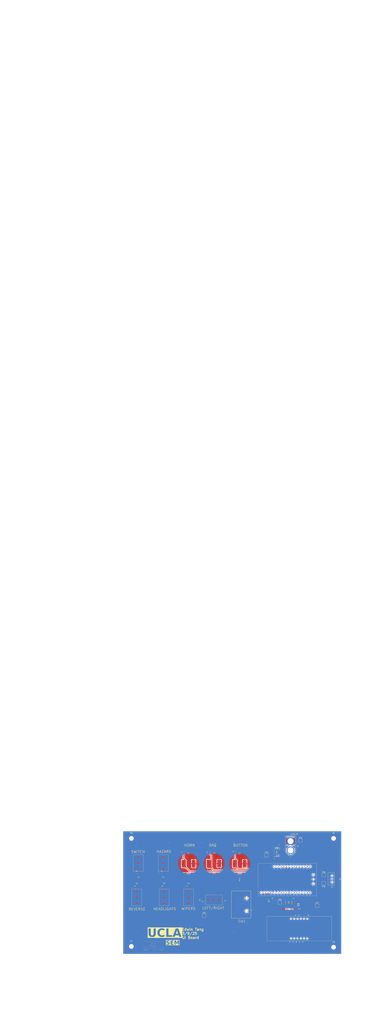
<source format=kicad_pcb>
(kicad_pcb (version 20240108) (generator "pcbnew") (generator_version "8.0")
  (layers (0 "F.Cu" signal) (31 "B.Cu" power) (34 "B.Paste" user) (35 "F.Paste" user) (36 "B.SilkS" user "B.Silkscreen") (37 "F.SilkS" user "F.Silkscreen") (38 "B.Mask" user) (39 "F.Mask" user) (44 "Edge.Cuts" user))
  (net 0 "")
  (net 1 "+3.3V")
  (net 2 "/Horn")
  (net 3 "/Button")
  (net 4 "/DAQ")
  (net 5 "GND")
  (net 6 "+5V")
  (net 7 "+12V")
  (net 8 "Net-(D1-Pad1)")
  (net 9 "/IGNITION")
  (net 10 "/RIGHT")
  (net 11 "/LEFT")
  (net 12 "/WIPERS")
  (net 13 "/HEADLIGHTS")
  (net 14 "/HAZARD")
  (net 15 "/SWITCH")
  (net 16 "/REVERSE")
  (net 17 "/DP")
  (net 18 "/BCD_C")
  (net 19 "/DIGIT_4")
  (net 20 "/BCD_D")
  (net 22 "/DIGIT_1")
  (net 23 "/DIGIT_2")
  (net 24 "/BCD_B")
  (net 26 "/BCD_A")
  (net 27 "/DIGIT_3")
  (net 29 "/B")
  (net 30 "/F")
  (net 31 "/C")
  (net 32 "/CAN_P")
  (net 33 "/A")
  (net 34 "/D")
  (net 35 "/E")
  (net 36 "/G")
  (net 37 "Net-(U2-F)")
  (net 38 "Net-(U2-G)")
  (net 39 "Net-(R15-Pad1)")
  (net 40 "Net-(R16-Pad1)")
  (net 41 "Net-(R17-Pad1)")
  (net 42 "Net-(R18-Pad1)")
  (net 43 "Net-(U2-E)")
  (net 44 "Net-(U3-DP)")
  (net 45 "/LT")
  (net 46 "/CAN_N")
  (footprint "SMV_Passives:RESC1005X35N" (layer "F.Cu") (at 231.565 101.6 -90)
    (property "Reference" "R15")
    (property "Value" "220ohm, 1/16W")
  )
  (footprint "TestPoint:TestPoint_Pad_2.5x2.5mm" (layer "F.Cu") (at 209.88215 54.86145)
    (property "Reference" "TP1")
    (property "Value" "TestPoint")
  )
  (footprint "SMV_Passives:RESC1005X35N" (layer "F.Cu") (at 228.9146 123.001 90)
    (property "Reference" "R19")
    (property "Value" "220ohm, 1/16W")
  )
  (footprint "SMV_ICs:CD4511BPWR" (layer "F.Cu") (at 227.096749 91.7406 -90)
    (property "Reference" "U2")
    (property "Value" "CD4511BPWR")
  )
  (footprint "TestPoint:TestPoint_Pad_2.5x2.5mm" (layer "F.Cu") (at 236.365 43.41)
    (property "Reference" "TP2")
    (property "Value" "TestPoint")
  )
  (footprint "SMV_Passives:0805RESC2012X60N" (layer "F.Cu") (at 199.34 97.52 90)
    (property "Reference" "R1")
    (property "Value" "10kohms, 0.125W")
  )
  (footprint "SMV_Passives:0805RESC2012X60N" (layer "F.Cu") (at 147.93175 80.17)
    (property "Reference" "R7")
    (property "Value" "10kohms, 0.125W")
  )
  (footprint "SMV_Passives:0805RESC2012X60N" (layer "F.Cu") (at 164.69175 52.3 90)
    (property "Reference" "R2")
    (property "Value" "10kohms, 0.125W")
  )
  (footprint "SMV_ICs:DCY4_TEX" (layer "F.Cu") (at 217.795 52.53 -90)
    (property "Reference" "U1")
    (property "Value" "~")
  )
  (footprint "SMV_Passives:0805RESC2012X60N" (layer "F.Cu") (at 108.57 68.61)
    (property "Reference" "R10")
    (property "Value" "10kohms, 0.125W")
  )
  (footprint "MountingHole:MountingHole_3.2mm_M3" (layer "F.Cu") (at 262.245 126.825)
    (property "Reference" "H2")
    (property "Value" "MountingHole")
  )
  (footprint "SMV_Passives:RESC1005X35N" (layer "F.Cu") (at 234.09 101.6 -90)
    (property "Reference" "R13")
    (property "Value" "220ohm, 1/16W")
  )
  (footprint "SMV_Misc:Twidec Button" (layer "F.Cu") (at 148.91175 53.9)
    (property "Reference" "B1")
    (property "Value" "~")
    (fp_rect (start -4.713 5.12) (end -3.213 10.12) (stroke (width 0.05)) (fill none) (layer "Edge.Cuts"))
    (fp_rect (start 3.175 5.12) (end 4.675 10.12) (stroke (width 0.05)) (fill none) (layer "Edge.Cuts"))
  )
  (footprint "SMV_Passives:0805RESC2012X60N" (layer "F.Cu") (at 107.37 80.31)
    (property "Reference" "R11")
    (property "Value" "10kohms, 0.125W")
  )
  (footprint "SMV_Misc:Twidec Button" (layer "F.Cu") (at 168.82175 53.805)
    (property "Reference" "B3")
    (property "Value" "~")
    (fp_rect (start -4.713 5.12) (end -3.213 10.12) (stroke (width 0.05)) (fill none) (layer "Edge.Cuts"))
    (fp_rect (start 3.175 5.12) (end 4.675 10.12) (stroke (width 0.05)) (fill none) (layer "Edge.Cuts"))
  )
  (footprint "SMV_Passives:RESC1005X35N" (layer "F.Cu") (at 231.45968 123.016 90)
    (property "Reference" "R18")
    (property "Value" "220ohm, 1/16W")
  )
  (footprint "MountingHole:MountingHole_3.2mm_M3" (layer "F.Cu") (at 262.245 41.735)
    (property "Reference" "H1")
    (property "Value" "MountingHole")
  )
  (footprint "TestPoint:TestPoint_Pad_2.5x2.5mm" (layer "F.Cu") (at 254.54 70.31)
    (property "Reference" "TP6")
    (property "Value" "TestPoint")
  )
  (footprint "SMV_ICs:UA78M05-Q1" (layer "F.Cu") (at 156.4773 126.013)
    (property "Reference" "U1" (hide yes))
    (property "Value" "~")
  )
  (footprint "SMV_Connectors:Switches" (layer "F.Cu") (at 108.34 87.91)
    (property "Reference" "S6")
    (property "Value" "~")
  )
  (footprint "SMV_Passives:0805RESC2012X60N" (layer "F.Cu") (at 185.13175 51.55 90)
    (property "Reference" "R3")
    (property "Value" "10kohms, 0.125W")
  )
  (footprint "SMV_Misc:SW_A8L-11_OMR" (layer "F.Cu") (at 185.57175 98.49 90)
    (property "Reference" "SW1")
    (property "Value" "A8L-11-12N1")
  )
  (footprint "SMV_Passives:RESC1005X35N" (layer "F.Cu") (at 241.715 101.625 -90)
    (property "Reference" "R16")
    (property "Value" "220ohm, 1/16W")
  )
  (footprint "SMV_Passives:0805RESC2012X60N" (layer "F.Cu") (at 161.09 90.76 90)
    (property "Reference" "R6")
    (property "Value" "10kohms, 0.125W")
  )
  (footprint "SMV_Passives:RESC1005X35N" (layer "F.Cu") (at 236.54984 123.016 90)
    (property "Reference" "R17")
    (property "Value" "220ohm, 1/16W")
  )
  (footprint "SMV_Passives:RESC1005X35N" (layer "F.Cu") (at 234.04 122.995 90)
    (property "Reference" "R20")
    (property "Value" "220ohm, 1/16W")
  )
  (footprint "SMV_Connectors:Switches" (layer "F.Cu") (at 129.74 87.91)
    (property "Reference" "S5")
    (property "Value" "~")
  )
  (footprint "SMV_Passives:0805RESC2012X60N" (layer "F.Cu") (at 214.94 89.71)
    (property "Reference" "R12")
    (property "Value" "CRCW080544R2FKEA")
  )
  (footprint "SMV_Connectors:3pin_CON_22035035_MOL" (layer "F.Cu") (at 260.989999 75.95199 -90)
    (property "Reference" "J3")
    (property "Value" "22035035")
  )
  (footprint "SMV_Logo:SEM_logo" (layer "F.Cu") (at 130.165 116.665)
    (property "Reference" "TP8" (hide yes))
    (property "Value" "TestPoint" (hide yes))
  )
  (footprint "TestPoint:TestPoint_Pad_2.5x2.5mm" (layer "F.Cu") (at 220.165 91.835)
    (property "Reference" "TP3")
    (property "Value" "TestPoint")
  )
  (footprint "SMV_Passives:Cap0805" (layer "F.Cu") (at 217.85715 46.88645 180)
    (property "Reference" "C2")
    (property "Value" "0.33uF,50V" (hide yes))
  )
  (footprint "TestPoint:TestPoint_Pad_2.5x2.5mm" (layer "F.Cu") (at 254.515 76.914)
    (property "Reference" "TP5")
    (property "Value" "TestPoint")
  )
  (footprint "TestPoint:TestPoint_Pad_2.5x2.5mm" (layer "F.Cu") (at 161.015 102.185)
    (property "Reference" "TP4")
    (property "Value" "TestPoint")
  )
  (footprint "SMV_Passives:WL-SMCW_0603(diode)" (layer "F.Cu") (at 211.68175 89.71 180)
    (property "Reference" "D1")
    (property "Value" "WL-SMCW_0603")
  )
  (footprint "SMV_Passives:Cap0805" (layer "F.Cu") (at 217.95715 57.83645)
    (property "Reference" "C1")
    (property "Value" "0.1uF,50V" (hide yes))
  )
  (footprint "SMV_Misc:Twidec Button" (layer "F.Cu") (at 188.80675 53.97)
    (property "Reference" "B2")
    (property "Value" "~")
    (fp_rect (start -4.713 5.12) (end -3.213 10.12) (stroke (width 0.05)) (fill none) (layer "Edge.Cuts"))
    (fp_rect (start 3.175 5.12) (end 4.675 10.12) (stroke (width 0.05)) (fill none) (layer "Edge.Cuts"))
  )
  (footprint "SMV_Connectors:RP2040" (layer "F.Cu") (at 223.58175 73.706 90)
    (property "Reference" "RP1")
    (property "Value" "~")
  )
  (footprint "SMV_Passives:0805RESC2012X60N" (layer "F.Cu") (at 176.24 90.78 -90)
    (property "Reference" "R5")
    (property "Value" "10kohms, 0.125W")
  )
  (footprint "TestPoint:TestPoint_Pad_2.5x2.5mm" (layer "F.Cu") (at 249.415 94.36)
    (property "Reference" "TP7")
    (property "Value" "TestPoint")
  )
  (footprint "SMV_Passives:RESC1005X35N" (layer "F.Cu") (at 239.09 122.995 90)
    (property "Reference" "R14")
    (property "Value" "220ohm, 1/16W")
  )
  (footprint "SMV_Passives:Cap0805" (layer "F.Cu") (at 231.74 93.66 90)
    (property "Reference" "C3")
    (property "Value" "0.1uF,50V" (hide yes))
  )
  (footprint "SMV_Connectors:AMASS_XT60-M" (layer "F.Cu") (at 228.59 47.46 -90)
    (property "Reference" "J1")
    (property "Value" "XT60-M")
  )
  (footprint "SMV_Connectors:Switches" (layer "F.Cu") (at 129.14 60.9888 180)
    (property "Reference" "S3")
    (property "Value" "~")
  )
  (footprint "SMV_Passives:0805RESC2012X60N" (layer "F.Cu") (at 144.86175 52.16 90)
    (property "Reference" "R4")
    (property "Value" "10kohms, 0.125W")
  )
  (footprint "SMV_Connectors:Switches" (layer "F.Cu") (at 109.54 60.9888 180)
    (property "Reference" "S1")
    (property "Value" "~")
  )
  (footprint "SMV_Passives:0805RESC2012X60N" (layer "F.Cu") (at 128.17 68.61)
    (property "Reference" "R9")
    (property "Value" "10kohms, 0.125W")
  )
  (footprint "SMV_ICs:Seven_Seg_display" (layer "F.Cu") (at 235.3523 112.288)
    (property "Reference" "U3")
    (property "Value" "~")
  )
  (footprint "SMV_Connectors:Switches" (layer "F.Cu") (at 168.6688 89.81 90)
    (property "Reference" "S4")
    (property "Value" "~")
  )
  (footprint "SMV_Passives:0805RESC2012X60N" (layer "F.Cu") (at 128.77 80.31)
    (property "Reference" "R8")
    (property "Value" "10kohms, 0.125W")
  )
  (footprint "MountingHole:MountingHole_3.2mm_M3" (layer "F.Cu") (at 104.13 126.19)
    (property "Reference" "H4")
    (property "Value" "MountingHole")
  )
  (footprint "SMV_Connectors:Switches" (layer "F.Cu") (at 148.84 87.91)
    (property "Reference" "S2")
    (property "Value" "~")
  )
  (footprint "MountingHole:MountingHole_3.2mm_M3" (layer "F.Cu") (at 104.13 41.735)
    (property "Reference" "H3")
    (property "Value" "MountingHole")
  )
  (gr_poly (pts (xy 213.44 48.12) (xy 213.35 50.625) (xy 217.795 50.625) (xy 217.85715 45.26145) (xy 218.49215 45.26145) (xy 226.3 46.81) (xy 231.49 46.81) (xy 237.665 44.635) (xy 237.615 42.16) (xy 231.515 40.885) (xy 213.35 41.1)) (fill solid) (layer "F.Cu") (net 7))
  (gr_rect (start 147.79 87.51) (end 149.89 88.31) (stroke (width 0.05)) (fill none) (layer "Edge.Cuts"))
  (gr_rect (start 128.09 65.11) (end 130.19 65.91) (stroke (width 0.05)) (fill none) (layer "Edge.Cuts"))
  (gr_rect (start 108.49 65.11) (end 110.59 65.91) (stroke (width 0.05)) (fill none) (layer "Edge.Cuts"))
  (gr_rect (start 128.09 60.5888) (end 130.19 61.3888) (stroke (width 0.05)) (fill none) (layer "Edge.Cuts"))
  (gr_rect (start 168.2688 88.76) (end 169.0688 90.86) (stroke (width 0.05)) (fill none) (layer "Edge.Cuts"))
  (gr_rect (start 147.79 82.9888) (end 149.89 83.7888) (stroke (width 0.05)) (fill none) (layer "Edge.Cuts"))
  (gr_rect (start 107.29 82.9888) (end 109.39 83.7888) (stroke (width 0.05)) (fill none) (layer "Edge.Cuts"))
  (gr_rect (start 108.49 60.5888) (end 110.59 61.3888) (stroke (width 0.05)) (fill none) (layer "Edge.Cuts"))
  (gr_rect (start 147.79 92.0312) (end 149.89 92.8312) (stroke (width 0.05)) (fill none) (layer "Edge.Cuts"))
  (gr_rect (start 128.69 87.51) (end 130.79 88.31) (stroke (width 0.05)) (fill none) (layer "Edge.Cuts"))
  (gr_rect (start 107.29 92.0312) (end 109.39 92.8312) (stroke (width 0.05)) (fill none) (layer "Edge.Cuts"))
  (gr_rect (start 128.69 82.9888) (end 130.79 83.7888) (stroke (width 0.05)) (fill none) (layer "Edge.Cuts"))
  (gr_rect (start 172.79 88.76) (end 173.59 90.86) (stroke (width 0.05)) (fill none) (layer "Edge.Cuts"))
  (gr_rect (start 128.09 56.0676) (end 130.19 56.8676) (stroke (width 0.05)) (fill none) (layer "Edge.Cuts"))
  (gr_rect (start 108.49 56.0676) (end 110.59 56.8676) (stroke (width 0.05)) (fill none) (layer "Edge.Cuts"))
  (gr_rect (start 97.79 36.22) (end 268.24 132.01) (stroke (width 0.05)) (fill none) (layer "Edge.Cuts"))
  (gr_rect (start 163.7476 88.76) (end 164.5476 90.86) (stroke (width 0.05)) (fill none) (layer "Edge.Cuts"))
  (gr_rect (start 128.69 92.0312) (end 130.79 92.8312) (stroke (width 0.05)) (fill none) (layer "Edge.Cuts"))
  (gr_rect (start 107.29 87.51) (end 109.39 88.31) (stroke (width 0.05)) (fill none) (layer "Edge.Cuts"))
  (gr_text "12V_IN\n\n" (at 231.765 39.195 0) (layer "F.SilkS") (effects (font (size 1 1))))
  (gr_text "HAZARD\n" (at 123.69 53.16 0) (layer "F.SilkS") (effects (font (size 2 2) (thickness 0.2)) (justify left bottom)))
  (gr_text "HEADLIGHTS\n" (at 121.14 98.06 0) (layer "F.SilkS") (effects (font (size 2 2) (thickness 0.2)) (justify left bottom)))
  (gr_text "WIPERS\n" (at 143.14 97.86 0) (layer "F.SilkS") (effects (font (size 2 2) (thickness 0.2)) (justify left bottom)))
  (gr_text "LEFT/RIGHT\n" (at 159.39 97.36 0) (layer "F.SilkS") (effects (font (size 2 2) (thickness 0.2)) (justify left bottom)))
  (gr_text "SWITCH\n" (at 103.84 53.36 0) (layer "F.SilkS") (effects (font (size 2 2) (thickness 0.2)) (justify left bottom)))
  (gr_text "BUTTON" (at 183.59 48.26 0) (layer "F.SilkS") (effects (font (size 2 2) (thickness 0.2)) (justify left bottom)))
  (gr_text "REVERSE" (at 101.89 98.21 0) (layer "F.SilkS") (effects (font (size 2 2) (thickness 0.2)) (justify left bottom)))
  (gr_text "HORN\n" (at 145.34 48.26 0) (layer "F.SilkS") (effects (font (size 2 2) (thickness 0.2)) (justify left bottom)))
  (gr_text "DAQ" (at 164.64 48.16 0) (layer "F.SilkS") (effects (font (size 2 2) (thickness 0.2)) (justify left bottom)))
  (gr_text "Edwin Tang\n3/9/25\nUI Board\n" (at 143.5 120.475 0) (layer "F.SilkS") (effects (font (size 2 2) (thickness 0.4) (bold yes)) (justify left bottom)))
  (segment (start 213.00675 91.835) (end 220.165 91.835) (width 0.3) (layer "F.Cu") (net 1))
  (segment (start 231.74 95.76) (end 231.74 94.56) (width 0.2) (layer "F.Cu") (net 1))
  (segment (start 227.42175 89.887201) (end 227.42175 88.9212) (width 0.3) (layer "F.Cu") (net 1))
  (segment (start 229.371748 94.56) (end 231.74 94.56) (width 0.2) (layer "F.Cu") (net 1))
  (segment (start 220.165 91.835) (end 225.473951 91.835) (width 0.3) (layer "F.Cu") (net 1))
  (segment (start 231.19 96.31) (end 231.74 95.76) (width 0.2) (layer "F.Cu") (net 1))
  (segment (start 210.88175 89.71) (end 213.00675 91.835) (width 0.3) (layer "F.Cu") (net 1))
  (segment (start 210.88175 84.12) (end 210.88175 89.71) (width 0.5) (layer "F.Cu") (net 1))
  (segment (start 225.473951 91.835) (end 227.42175 89.887201) (width 0.3) (layer "F.Cu") (net 1))
  (via (at 231.19 96.31) (size 0.6) (drill 0.3) (layers "F.Cu" "B.Cu") (net 1))
  (via (at 222.89 96.91) (size 0.6) (drill 0.3) (layers "F.Cu" "B.Cu") (net 1))
  (segment (start 231.19 96.31) (end 230.59 96.91) (width 0.2) (layer "B.Cu") (net 1))
  (segment (start 230.59 96.91) (end 222.89 96.91) (width 0.2) (layer "B.Cu") (net 1))
  (segment (start 146.68175 63.253) (end 145.94875 62.52) (width 0.5) (layer "F.Cu") (net 2))
  (segment (start 146.51175 58.94) (end 144.86175 57.29) (width 0.5) (layer "F.Cu") (net 2))
  (segment (start 146.68175 64.3) (end 146.68175 63.253) (width 0.5) (layer "F.Cu") (net 2))
  (segment (start 144.86175 57.29) (end 144.86175 53.13) (width 0.5) (layer "F.Cu") (net 2))
  (segment (start 146.48175 58.97) (end 146.51175 58.94) (width 0.5) (layer "F.Cu") (net 2))
  (segment (start 150.04175 67.66) (end 146.68175 64.3) (width 0.5) (layer "F.Cu") (net 2))
  (segment (start 145.94875 62.52) (end 145.94875 61.52) (width 0.5) (layer "F.Cu") (net 2))
  (segment (start 224.73825 67.66) (end 150.04175 67.66) (width 0.5) (layer "F.Cu") (net 2))
  (segment (start 228.66175 63.7365) (end 224.73825 67.66) (width 0.5) (layer "F.Cu") (net 2))
  (segment (start 146.48175 64.1) (end 146.48175 58.97) (width 0.5) (layer "F.Cu") (net 2))
  (segment (start 223.58175 63.7365) (end 221.66825 65.65) (width 0.5) (layer "F.Cu") (net 3))
  (segment (start 221.66825 65.65) (end 187.67175 65.65) (width 0.5) (layer "F.Cu") (net 3))
  (segment (start 186.42175 64.4) (end 186.42175 58.81) (width 0.5) (layer "F.Cu") (net 3))
  (segment (start 186.42175 58.81) (end 185.13175 57.52) (width 0.5) (layer "F.Cu") (net 3))
  (segment (start 187.67175 65.65) (end 186.42175 64.4) (width 0.5) (layer "F.Cu") (net 3))
  (segment (start 185.13175 57.52) (end 185.13175 52.52) (width 0.5) (layer "F.Cu") (net 3))
  (segment (start 166.64175 58.99) (end 166.64175 59.62) (width 0.5) (layer "F.Cu") (net 4))
  (segment (start 166.64175 64.8) (end 166.86675 65.025) (width 0.5) (layer "F.Cu") (net 4))
  (segment (start 166.64175 64.8) (end 166.64175 63.845) (width 0.5) (layer "F.Cu") (net 4))
  (segment (start 163.31175 64.18866) (end 163.31175 58.49) (width 0.5) (layer "F.Cu") (net 4))
  (segment (start 223.19825 66.66) (end 226.12175 63.7365) (width 0.5) (layer "F.Cu") (net 4))
  (segment (start 166.64175 59.62) (end 166.64175 64.8) (width 0.5) (layer "F.Cu") (net 4))
  (segment (start 166.86675 65.025) (end 166.51675 64.675) (width 0.5) (layer "F.Cu") (net 4))
  (segment (start 166.64175 63.845) (end 166.37925 64.1075) (width 0.5) (layer "F.Cu") (net 4))
  (segment (start 168.50175 66.66) (end 223.19825 66.66) (width 0.5) (layer "F.Cu") (net 4))
  (segment (start 166.86675 65.025) (end 168.50175 66.66) (width 0.5) (layer "F.Cu") (net 4))
  (segment (start 166.51675 64.675) (end 163.79809 64.675) (width 0.5) (layer "F.Cu") (net 4))
  (segment (start 163.79809 64.675) (end 163.31175 64.18866) (width 0.5) (layer "F.Cu") (net 4))
  (segment (start 165.85875 62.425) (end 165.85875 61.425) (width 0.5) (layer "F.Cu") (net 4))
  (segment (start 166.64175 59.62) (end 166.64175 55.22) (width 0.5) (layer "F.Cu") (net 4))
  (segment (start 166.37925 62.9455) (end 165.85875 62.425) (width 0.5) (layer "F.Cu") (net 4))
  (segment (start 166.38175 58.73) (end 166.64175 58.99) (width 0.5) (layer "F.Cu") (net 4))
  (segment (start 166.37925 64.1075) (end 165.81175 64.675) (width 0.5) (layer "F.Cu") (net 4))
  (segment (start 166.64175 55.22) (end 164.69175 53.27) (width 0.5) (layer "F.Cu") (net 4))
  (segment (start 166.37925 64.1075) (end 166.37925 62.9455) (width 0.5) (layer "F.Cu") (net 4))
  (segment (start 223.69 88.91) (end 224.81055 88.91) (width 0.2) (layer "F.Cu") (net 5))
  (segment (start 186.11175 50.58) (end 186.87175 49.82) (width 0.5) (layer "F.Cu") (net 5))
  (segment (start 144.86175 51.19) (end 146.70175 51.19) (width 0.5) (layer "F.Cu") (net 5))
  (segment (start 106.24 68.61) (end 107.6 68.61) (width 0.2) (layer "F.Cu") (net 5))
  (segment (start 146.95175 80.16) (end 146.96175 80.17) (width 0.2) (layer "F.Cu") (net 5))
  (segment (start 220.89285 48.89645) (end 218.695 46.6986) (width 0.5) (layer "F.Cu") (net 5))
  (segment (start 218.915 54.50795) (end 220.89285 52.5301) (width 0.5) (layer "F.Cu") (net 5))
  (segment (start 126.54 80.31) (end 127.8 80.31) (width 0.2) (layer "F.Cu") (net 5))
  (segment (start 226.79 88.902951) (end 226.771751 88.9212) (width 0.2) (layer "F.Cu") (net 5))
  (segment (start 163.915 102.185) (end 163.94 102.16) (width 0.2) (layer "F.Cu") (net 5))
  (segment (start 105.09 80.31) (end 106.4 80.31) (width 0.2) (layer "F.Cu") (net 5))
  (segment (start 224.81055 88.91) (end 224.82175 88.9212) (width 0.2) (layer "F.Cu") (net 5))
  (segment (start 226.79 87.41) (end 226.79 88.902951) (width 0.2) (layer "F.Cu") (net 5))
  (segment (start 231.74 90.91) (end 231.74 92.76) (width 0.2) (layer "F.Cu") (net 5))
  (segment (start 218.915 58.1486) (end 218.915 54.50795) (width 0.5) (layer "F.Cu") (net 5))
  (segment (start 166.19175 51.33) (end 166.20175 51.32) (width 0.5) (layer "F.Cu") (net 5))
  (segment (start 185.13175 50.58) (end 186.11175 50.58) (width 0.5) (layer "F.Cu") (net 5))
  (segment (start 161.015 102.185) (end 163.915 102.185) (width 0.2) (layer "F.Cu") (net 5))
  (segment (start 146.96175 80.17) (end 146.72175 80.17) (width 0.5) (layer "F.Cu") (net 5))
  (segment (start 199.34 95.47) (end 199.34 96.67) (width 0.5) (layer "F.Cu") (net 5))
  (segment (start 220.89285 52.5301) (end 220.89285 48.89645) (width 0.5) (layer "F.Cu") (net 5))
  (segment (start 164.69175 51.33) (end 166.19175 51.33) (width 0.5) (layer "F.Cu") (net 5))
  (segment (start 215.91 89.71) (end 217.09 89.71) (width 0.2) (layer "F.Cu") (net 5))
  (segment (start 176.24 92.96) (end 176.24 91.75) (width 0.2) (layer "F.Cu") (net 5))
  (segment (start 161.09 92.91) (end 161.09 91.73) (width 0.2) (layer "F.Cu") (net 5))
  (segment (start 220.89285 52.5301) (end 214.65715 52.5301) (width 0.5) (layer "F.Cu") (net 5))
  (segment (start 199.364125 95.445875) (end 199.34 95.47) (width 0.5) (layer "F.Cu") (net 5))
  (segment (start 145.59 80.16) (end 146.95175 80.16) (width 0.2) (layer "F.Cu") (net 5))
  (segment (start 125.84 68.61) (end 127.2 68.61) (width 0.2) (layer "F.Cu") (net 5))
  (via (at 220.45715 55.28645) (size 0.6) (drill 0.3) (layers "F.Cu" "B.Cu") (net 5))
  (via (at 107.94 44.91) (size 0.6) (drill 0.3) (layers "F.Cu" "B.Cu") (net 5))
  (via (at 184.14 114.76) (size 0.6) (drill 0.3) (layers "F.Cu" "B.Cu") (net 5))
  (via (at 126.54 80.31) (size 0.6) (drill 0.3) (layers "F.Cu" "B.Cu") (net 5))
  (via (at 217.09 89.71) (size 0.6) (drill 0.3) (layers "F.Cu" "B.Cu") (net 5))
  (via (at 223.69 88.91) (size 0.6) (drill 0.3) (layers "F.Cu" "B.Cu") (net 5))
  (via (at 107.94 114.76) (size 0.6) (drill 0.3) (layers "F.Cu" "B.Cu") (net 5))
  (via (at 220.30715 49.73645) (size 0.6) (drill 0.3) (layers "F.Cu" "B.Cu") (net 5))
  (via (at 158.74 44.91) (size 0.6) (drill 0.3) (layers "F.Cu" "B.Cu") (net 5))
  (via (at 133.34 44.91) (size 0.6) (drill 0.3) (layers "F.Cu" "B.Cu") (net 5))
  (via (at 226.79 87.41) (size 0.6) (drill 0.3) (layers "F.Cu" "B.Cu") (net 5))
  (via (at 105.09 80.31) (size 0.6) (drill 0.3) (layers "F.Cu" "B.Cu") (net 5))
  (via (at 184.14 44.91) (size 0.6) (drill 0.3) (layers "F.Cu" "B.Cu") (net 5))
  (via (at 158.74 114.76) (size 0.6) (drill 0.3) (layers "F.Cu" "B.Cu") (net 5))
  (via (at 125.84 68.61) (size 0.6) (drill 0.3) (layers "F.Cu" "B.Cu") (net 5))
  (via (at 176.24 92.96) (size 0.6) (drill 0.3) (layers "F.Cu" "B.Cu") (net 5))
  (via (at 146.70175 51.19) (size 0.6) (drill 0.3) (layers "F.Cu" "B.Cu") (net 5))
  (via (at 163.94 102.16) (size 0.6) (drill 0.3) (layers "F.Cu" "B.Cu") (net 5))
  (via (at 186.87175 49.82) (size 0.6) (drill 0.3) (layers "F.Cu" "B.Cu") (net 5))
  (via (at 161.09 92.91) (size 0.6) (drill 0.3) (layers "F.Cu" "B.Cu") (net 5))
  (via (at 106.24 68.61) (size 0.6) (drill 0.3) (layers "F.Cu" "B.Cu") (net 5))
  (via (at 166.20175 51.32) (size 0.6) (drill 0.3) (layers "F.Cu" "B.Cu") (net 5))
  (via (at 145.59 80.16) (size 0.6) (drill 0.3) (layers "F.Cu" "B.Cu") (net 5))
  (via (at 133.34 114.76) (size 0.6) (drill 0.3) (layers "F.Cu" "B.Cu") (net 5))
  (via (at 199.364125 95.445875) (size 0.6) (drill 0.3) (layers "F.Cu" "B.Cu") (net 5))
  (via (at 231.74 90.91) (size 0.6) (drill 0.3) (layers "F.Cu" "B.Cu") (net 5))
  (segment (start 217.05715 59.3112) (end 217.05715 59.7519) (width 0.5) (layer "F.Cu") (net 6))
  (segment (start 214.67715 54.8414) (end 209.9022 54.8414) (width 0.5) (layer "F.Cu") (net 6))
  (segment (start 217.05715 57.83645) (end 217.05715 59.3112) (width 0.5) (layer "F.Cu") (net 6))
  (segment (start 214.67715 55.45645) (end 217.05715 57.83645) (width 0.5) (layer "F.Cu") (net 6))
  (segment (start 214.67715 55.45645) (end 214.67715 54.8414) (width 0.5) (layer "F.Cu") (net 6))
  (segment (start 209.9022 54.8414) (end 209.88215 54.86145) (width 0.5) (layer "F.Cu") (net 6))
  (segment (start 217.05715 59.7519) (end 221.04175 63.7365) (width 0.5) (layer "F.Cu") (net 6))
  (segment (start 214.65715 48.93645) (end 216.895 46.6986) (width 0.5) (layer "F.Cu") (net 7))
  (segment (start 214.65715 50.2187) (end 214.65715 48.93645) (width 0.5) (layer "F.Cu") (net 7))
  (segment (start 212.48175 89.71) (end 213.97 89.71) (width 0.5) (layer "F.Cu") (net 8))
  (segment (start 202.64 95.19) (end 202.64 83.76) (width 0.5) (layer "F.Cu") (net 9))
  (segment (start 202.64 83.76) (end 203.84 82.56) (width 0.5) (layer "F.Cu") (net 9))
  (segment (start 194.32175 98.49) (end 199.34 98.49) (width 0.5) (layer "F.Cu") (net 9))
  (segment (start 214.40175 82.56) (end 215.96175 84.12) (width 0.5) (layer "F.Cu") (net 9))
  (segment (start 203.84 82.56) (end 214.40175 82.56) (width 0.5) (layer "F.Cu") (net 9))
  (segment (start 199.34 98.49) (end 202.64 95.19) (width 0.5) (layer "F.Cu") (net 9))
  (segment (start 182.49 81.51) (end 215.89175 81.51) (width 0.5) (layer "F.Cu") (net 10))
  (segment (start 176.24 89.81) (end 176.24 87.76) (width 0.5) (layer "F.Cu") (net 10))
  (segment (start 173.19 89.81) (end 176.24 89.81) (width 0.5) (layer "F.Cu") (net 10))
  (segment (start 215.89175 81.51) (end 218.50175 84.12) (width 0.5) (layer "F.Cu") (net 10))
  (segment (start 176.24 87.76) (end 182.49 81.51) (width 0.5) (layer "F.Cu") (net 10))
  (segment (start 161.09 86.76) (end 166.94 80.91) (width 0.5) (layer "F.Cu") (net 11))
  (segment (start 217.83175 80.91) (end 221.04175 84.12) (width 0.5) (layer "F.Cu") (net 11))
  (segment (start 161.09 89.79) (end 164.1276 89.79) (width 0.5) (layer "F.Cu") (net 11))
  (segment (start 164.1276 89.79) (end 164.1476 89.81) (width 0.5) (layer "F.Cu") (net 11))
  (segment (start 167.29 80.56) (end 217.48175 80.56) (width 0.5) (layer "F.Cu") (net 11))
  (segment (start 217.48175 80.56) (end 217.83175 80.91) (width 0.5) (layer "F.Cu") (net 11))
  (segment (start 166.94 80.91) (end 167.29 80.56) (width 0.5) (layer "F.Cu") (net 11))
  (segment (start 161.09 89.79) (end 161.09 86.76) (width 0.5) (layer "F.Cu") (net 11))
  (segment (start 148.84 83.21) (end 148.9612 83.0888) (width 0.2) (layer "F.Cu") (net 12))
  (segment (start 149.71175 79.36) (end 225.73825 79.36) (width 0.5) (layer "F.Cu") (net 12))
  (segment (start 149.71175 79.36) (end 148.90175 80.17) (width 0.5) (layer "F.Cu") (net 12))
  (segment (start 225.73825 79.36) (end 241.36175 63.7365) (width 0.5) (layer "F.Cu") (net 12))
  (segment (start 148.90175 83.32705) (end 148.84 83.3888) (width 0.5) (layer "F.Cu") (net 12))
  (segment (start 148.90175 83.34) (end 148.78175 83.46) (width 0.5) (layer "F.Cu") (net 12))
  (segment (start 148.90175 80.17) (end 148.90175 83.32705) (width 0.5) (layer "F.Cu") (net 12))
  (segment (start 148.84 83.3888) (end 148.84 83.21) (width 0.2) (layer "F.Cu") (net 12))
  (segment (start 148.9612 83.0888) (end 148.915 83.0888) (width 0.2) (layer "F.Cu") (net 12))
  (segment (start 129.74 80.31) (end 129.74 83.3888) (width 0.5) (layer "F.Cu") (net 13))
  (segment (start 238.82175 63.7365) (end 224.41825 78.14) (width 0.5) (layer "F.Cu") (net 13))
  (segment (start 224.41825 78.14) (end 131.21 78.14) (width 0.5) (layer "F.Cu") (net 13))
  (segment (start 129.74 79.61) (end 129.74 80.31) (width 0.5) (layer "F.Cu") (net 13))
  (segment (start 131.21 78.14) (end 129.74 79.61) (width 0.5) (layer "F.Cu") (net 13))
  (segment (start 226.04825 68.89) (end 133.89 68.89) (width 0.5) (layer "F.Cu") (net 14))
  (segment (start 129.14 68.61) (end 129.14 65.51) (width 0.5) (layer "F.Cu") (net 14))
  (segment (start 231.20175 63.7365) (end 226.04825 68.89) (width 0.5) (layer "F.Cu") (net 14))
  (segment (start 129.42 68.89) (end 129.14 68.61) (width 0.5) (layer "F.Cu") (net 14))
  (segment (start 133.89 68.89) (end 129.42 68.89) (width 0.5) (layer "F.Cu") (net 14))
  (segment (start 109.54 68.61) (end 109.54 65.51) (width 0.5) (layer "F.Cu") (net 15))
  (segment (start 233.74175 63.7365) (end 227.32825 70.15) (width 0.5) (layer "F.Cu") (net 15))
  (segment (start 227.32825 70.15) (end 110.13 70.15) (width 0.5) (layer "F.Cu") (net 15))
  (segment (start 109.54 69.56) (end 109.54 68.61) (width 0.5) (layer "F.Cu") (net 15))
  (segment (start 110.13 70.15) (end 109.54 69.56) (width 0.5) (layer "F.Cu") (net 15))
  (segment (start 236.28175 63.7365) (end 223.35825 76.66) (width 0.5) (layer "F.Cu") (net 16))
  (segment (start 223.35825 76.66) (end 110.99 76.66) (width 0.5) (layer "F.Cu") (net 16))
  (segment (start 108.34 80.31) (end 108.34 83.3888) (width 0.5) (layer "F.Cu") (net 16))
  (segment (start 108.34 79.31) (end 108.34 80.31) (width 0.5) (layer "F.Cu") (net 16))
  (segment (start 110.99 76.66) (end 108.34 79.31) (width 0.5) (layer "F.Cu") (net 16))
  (segment (start 243.90175 82.493654) (end 243.90175 63.7365) (width 0.2) (layer "F.Cu") (net 17))
  (segment (start 252.765 112.085) (end 252.765 91.356904) (width 0.2) (layer "F.Cu") (net 17))
  (segment (start 252.765 91.356904) (end 243.90175 82.493654) (width 0.2) (layer "F.Cu") (net 17))
  (segment (start 235.16 123.43) (end 236.74 125.01) (width 0.2) (layer "F.Cu") (net 17))
  (segment (start 239.84 125.01) (end 252.765 112.085) (width 0.2) (layer "F.Cu") (net 17))
  (segment (start 234.04 123.43) (end 235.16 123.43) (width 0.2) (layer "F.Cu") (net 17))
  (segment (start 236.74 125.01) (end 239.84 125.01) (width 0.2) (layer "F.Cu") (net 17))
  (segment (start 228.72175 88.9212) (end 228.72175 84.18) (width 0.2) (layer "F.Cu") (net 18))
  (segment (start 228.72175 84.18) (end 228.66175 84.12) (width 0.2) (layer "F.Cu") (net 18))
  (segment (start 246.115 115.57516) (end 241.68016 120.01) (width 0.2) (layer "F.Cu") (net 19))
  (segment (start 246.115 88.87325) (end 246.115 115.57516) (width 0.2) (layer "F.Cu") (net 19))
  (segment (start 241.36175 84.12) (end 246.115 88.87325) (width 0.2) (layer "F.Cu") (net 19))
  (segment (start 226.12175 88.9212) (end 226.12175 84.12) (width 0.2) (layer "F.Cu") (net 20))
  (segment (start 234.8336 110.435) (end 228.9896 104.591) (width 0.2) (layer "F.Cu") (net 22))
  (segment (start 245.715 91.01325) (end 245.715 106.66) (width 0.2) (layer "F.Cu") (net 22))
  (segment (start 228.99 104.58076) (end 228.95476 104.616) (width 0.2) (layer "F.Cu") (net 22))
  (segment (start 245.715 106.66) (end 241.94 110.435) (width 0.2) (layer "F.Cu") (net 22))
  (segment (start 238.82175 84.12) (end 245.715 91.01325) (width 0.2) (layer "F.Cu") (net 22))
  (segment (start 241.94 110.435) (end 234.8336 110.435) (width 0.2) (layer "F.Cu") (net 22))
  (segment (start 238.715 110.035) (end 236.62484 107.94484) (width 0.2) (layer "F.Cu") (net 23))
  (segment (start 241.774314 110.035) (end 238.715 110.035) (width 0.2) (layer "F.Cu") (net 23))
  (segment (start 245.315 106.494314) (end 241.774314 110.035) (width 0.2) (layer "F.Cu") (net 23))
  (segment (start 236.28175 84.12) (end 245.315 93.15325) (width 0.2) (layer "F.Cu") (net 23))
  (segment (start 245.315 93.15325) (end 245.315 106.494314) (width 0.2) (layer "F.Cu") (net 23))
  (segment (start 236.54984 104.57584) (end 236.59 104.616) (width 0.2) (layer "F.Cu") (net 23))
  (segment (start 236.62484 107.94484) (end 236.62484 104.591) (width 0.2) (layer "F.Cu") (net 23))
  (segment (start 229.371748 85.950002) (end 231.20175 84.12) (width 0.2) (layer "F.Cu") (net 24))
  (segment (start 229.371748 88.9212) (end 229.371748 85.950002) (width 0.2) (layer "F.Cu") (net 24))
  (segment (start 225.471751 86.010001) (end 223.58175 84.12) (width 0.2) (layer "F.Cu") (net 26))
  (segment (start 225.471751 88.9212) (end 225.471751 86.010001) (width 0.2) (layer "F.Cu") (net 26))
  (segment (start 241.68892 107.11) (end 239.16992 104.591) (width 0.2) (layer "F.Cu") (net 27))
  (segment (start 244.133628 107.11) (end 241.68892 107.11) (width 0.2) (layer "F.Cu") (net 27))
  (segment (start 233.74175 84.12) (end 244.84 95.21825) (width 0.2) (layer "F.Cu") (net 27))
  (segment (start 244.84 106.403628) (end 244.133628 107.11) (width 0.2) (layer "F.Cu") (net 27))
  (segment (start 244.84 95.21825) (end 244.84 106.403628) (width 0.2) (layer "F.Cu") (net 27))
  (segment (start 239.09 104.57092) (end 239.13508 104.616) (width 0.2) (layer "F.Cu") (net 27))
  (segment (start 241.715 102.06) (end 241.715 104.591) (width 0.2) (layer "F.Cu") (net 29))
  (segment (start 234.09 104.58076) (end 234.07976 104.591) (width 0.2) (layer "F.Cu") (net 30))
  (segment (start 234.09 102.035) (end 234.09 104.58076) (width 0.2) (layer "F.Cu") (net 30))
  (segment (start 236.59 120.01) (end 236.59 122.54084) (width 0.2) (layer "F.Cu") (net 31))
  (segment (start 236.59 122.54084) (end 236.54984 122.581) (width 0.2) (layer "F.Cu") (net 31))
  (segment (start 259.2224 73.8245) (end 260.989999 75.592099) (width 0.2) (layer "F.Cu") (net 32))
  (segment (start 253.627499 76.206) (end 254.49 76.206) (width 0.2) (layer "F.Cu") (net 32))
  (segment (start 249.71675 73.931) (end 251.352499 73.931) (width 0.2) (layer "F.Cu") (net 32))
  (segment (start 251.352499 73.931) (end 253.627499 76.206) (width 0.2) (layer "F.Cu") (net 32))
  (segment (start 254.515 76.914) (end 257.6045 73.8245) (width 0.2) (layer "F.Cu") (net 32))
  (segment (start 257.6045 73.8245) (end 259.2224 73.8245) (width 0.2) (layer "F.Cu") (net 32))
  (segment (start 246.44175 77.206) (end 249.71675 73.931) (width 0.2) (layer "F.Cu") (net 32))
  (segment (start 260.989999 75.592099) (end 260.989999 75.95199) (width 0.2) (layer "F.Cu") (net 32))
  (segment (start 231.565 104.56068) (end 231.53468 104.591) (width 0.2) (layer "F.Cu") (net 33))
  (segment (start 231.565 102.035) (end 231.565 104.56068) (width 0.2) (layer "F.Cu") (net 33))
  (segment (start 231.49984 120.01) (end 231.49984 122.54084) (width 0.2) (layer "F.Cu") (net 34))
  (segment (start 231.49984 122.54084) (end 231.45968 122.581) (width 0.2) (layer "F.Cu") (net 34))
  (segment (start 228.95476 120.01) (end 228.95476 122.52584) (width 0.2) (layer "F.Cu") (net 35))
  (segment (start 228.95476 122.52584) (end 228.9146 122.566) (width 0.2) (layer "F.Cu") (net 35))
  (segment (start 239.13508 120.01) (end 239.13508 122.51492) (width 0.2) (layer "F.Cu") (net 36))
  (segment (start 239.13508 122.51492) (end 239.09 122.56) (width 0.2) (layer "F.Cu") (net 36))
  (segment (start 228.721747 94.56) (end 228.721747 95.525999) (width 0.2) (layer "F.Cu") (net 37))
  (segment (start 234.09 100.894252) (end 234.09 101.165) (width 0.2) (layer "F.Cu") (net 37))
  (segment (start 228.721747 95.525999) (end 234.09 100.894252) (width 0.2) (layer "F.Cu") (net 37))
  (segment (start 231.14 105.56) (end 229.24 103.66) (width 0.2) (layer "F.Cu") (net 38))
  (segment (start 237.915 122.565) (end 238.78 123.43) (width 0.2) (layer "F.Cu") (net 38))
  (segment (start 228.065 103.66) (end 227.165 104.56) (width 0.2) (layer "F.Cu") (net 38))
  (segment (start 229.24 103.66) (end 228.065 103.66) (width 0.2) (layer "F.Cu") (net 38))
  (segment (start 232.84 104.785) (end 232.065 105.56) (width 0.2) (layer "F.Cu") (net 38))
  (segment (start 228.071748 95.682515) (end 232.84 100.450767) (width 0.2) (layer "F.Cu") (net 38))
  (segment (start 227.165 104.56) (end 227.165 108.31) (width 0.2) (layer "F.Cu") (net 38))
  (segment (start 227.165 108.31) (end 237.915 119.06) (width 0.2) (layer "F.Cu") (net 38))
  (segment (start 232.84 100.450767) (end 232.84 104.785) (width 0.2) (layer "F.Cu") (net 38))
  (segment (start 237.915 119.06) (end 237.915 122.565) (width 0.2) (layer "F.Cu") (net 38))
  (segment (start 232.065 105.56) (end 231.14 105.56) (width 0.2) (layer "F.Cu") (net 38))
  (segment (start 228.071748 94.56) (end 228.071748 95.682515) (width 0.2) (layer "F.Cu") (net 38))
  (segment (start 238.78 123.43) (end 239.09 123.43) (width 0.2) (layer "F.Cu") (net 38))
  (segment (start 227.421747 95.5982) (end 231.565 99.741453) (width 0.2) (layer "F.Cu") (net 39))
  (segment (start 231.565 99.741453) (end 231.565 101.165) (width 0.2) (layer "F.Cu") (net 39))
  (segment (start 227.421747 94.56) (end 227.421747 95.5982) (width 0.2) (layer "F.Cu") (net 39))
  (segment (start 226.771748 94.56) (end 226.771748 92.978252) (width 0.2) (layer "F.Cu") (net 40))
  (segment (start 241.715 94.11) (end 241.715 101.19) (width 0.2) (layer "F.Cu") (net 40))
  (segment (start 229.44 90.31) (end 237.915 90.31) (width 0.2) (layer "F.Cu") (net 40))
  (segment (start 237.915 90.31) (end 241.715 94.11) (width 0.2) (layer "F.Cu") (net 40))
  (segment (start 226.771748 92.978252) (end 229.44 90.31) (width 0.2) (layer "F.Cu") (net 40))
  (segment (start 234.04 118.81) (end 234.94 119.71) (width 0.2) (layer "F.Cu") (net 41))
  (segment (start 234.94 122.15116) (end 236.23984 123.451) (width 0.2) (layer "F.Cu") (net 41))
  (segment (start 230.74 118.81) (end 234.04 118.81) (width 0.2) (layer "F.Cu") (net 41))
  (segment (start 226.12175 114.19175) (end 230.74 118.81) (width 0.2) (layer "F.Cu") (net 41))
  (segment (start 236.23984 123.451) (end 236.54984 123.451) (width 0.2) (layer "F.Cu") (net 41))
  (segment (start 234.94 119.71) (end 234.94 122.15116) (width 0.2) (layer "F.Cu") (net 41))
  (segment (start 226.12175 94.56) (end 226.12175 114.19175) (width 0.2) (layer "F.Cu") (net 41))
  (segment (start 231.14968 123.451) (end 231.45968 123.451) (width 0.2) (layer "F.Cu") (net 42))
  (segment (start 225.471748 114.441748) (end 230.24 119.21) (width 0.2) (layer "F.Cu") (net 42))
  (segment (start 230.24 122.54132) (end 231.14968 123.451) (width 0.2) (layer "F.Cu") (net 42))
  (segment (start 230.24 119.21) (end 230.24 122.54132) (width 0.2) (layer "F.Cu") (net 42))
  (segment (start 225.471748 94.56) (end 225.471748 114.441748) (width 0.2) (layer "F.Cu") (net 42))
  (segment (start 224.82175 119.84315) (end 228.4146 123.436) (width 0.2) (layer "F.Cu") (net 43))
  (segment (start 224.82175 94.56) (end 224.82175 119.84315) (width 0.2) (layer "F.Cu") (net 43))
  (segment (start 228.4146 123.436) (end 228.9146 123.436) (width 0.2) (layer "F.Cu") (net 43))
  (segment (start 234.04 122.56) (end 234.04 120.01492) (width 0.2) (layer "F.Cu") (net 44))
  (segment (start 234.04 120.01492) (end 234.04492 120.01) (width 0.2) (layer "F.Cu") (net 44))
  (segment (start 241.79175 82.01) (end 243.90175 84.12) (width 0.2) (layer "F.Cu") (net 45))
  (segment (start 228.071748 88.9212) (end 228.071748 86.191748) (width 0.2) (layer "F.Cu") (net 45))
  (segment (start 243.90175 84.12) (end 249.415 89.63325) (width 0.2) (layer "F.Cu") (net 45))
  (segment (start 227.44 85.56) (end 227.44 82.71) (width 0.2) (layer "F.Cu") (net 45))
  (segment (start 228.071748 86.191748) (end 227.44 85.56) (width 0.2) (layer "F.Cu") (net 45))
  (segment (start 228.14 82.01) (end 241.79175 82.01) (width 0.2) (layer "F.Cu") (net 45))
  (segment (start 227.44 82.71) (end 228.14 82.01) (width 0.2) (layer "F.Cu") (net 45))
  (segment (start 249.415 89.63325) (end 249.415 94.36) (width 0.2) (layer "F.Cu") (net 45))
  (segment (start 249.71675 73.481) (end 251.352499 73.481) (width 0.2) (layer "F.Cu") (net 46))
  (segment (start 253.627499 71.206) (end 254.49 71.206) (width 0.2) (layer "F.Cu") (net 46))
  (segment (start 257.6045 73.3745) (end 259.2224 73.3745) (width 0.2) (layer "F.Cu") (net 46))
  (segment (start 260.989999 71.606901) (end 260.989999 70.95199) (width 0.2) (layer "F.Cu") (net 46))
  (segment (start 254.54 70.31) (end 257.6045 73.3745) (width 0.2) (layer "F.Cu") (net 46))
  (segment (start 246.44175 70.206) (end 249.71675 73.481) (width 0.2) (layer "F.Cu") (net 46))
  (segment (start 259.2224 73.3745) (end 260.989999 71.606901) (width 0.2) (layer "F.Cu") (net 46))
  (segment (start 251.352499 73.481) (end 253.627499 71.206) (width 0.2) (layer "F.Cu") (net 46))
  (zone (net 1) (net_name "+3.3V") (layer "F.Cu") (priority 1) (connect_pads (clearance 0.5)) (min_thickness 0.25) (fill yes (thermal_gap 0.5) (thermal_bridge_width 0.5))
    (polygon (pts (xy 97.79 36.22) (xy 97.79 132.01) (xy 268.24 132.01) (xy 268.24 36.22)))
  )
  (zone (net 5) (net_name "GND") (layer "F.Cu") (priority 2) (connect_pads (clearance 0.5)) (min_thickness 0.25) (fill yes (thermal_gap 0.5) (thermal_bridge_width 0.5))
    (polygon (pts (xy 218.20715 46.23645) (xy 218.20715 47.53645) (xy 218.35715 58.53645) (xy 219.35715 58.53645) (xy 221.75715 53.93645) (xy 221.70715 51.03645) (xy 219.25715 46.18645)))
  )
  (zone (net 5) (net_name "GND") (layer "B.Cu") (priority 2) (connect_pads (clearance 0.5)) (min_thickness 0.25) (fill yes (thermal_gap 0.5) (thermal_bridge_width 0.5))
    (polygon (pts (xy 97.79 36.22) (xy 97.79 132.01) (xy 268.24 132.01) (xy 268.24 36.22)))
  )
)
</source>
